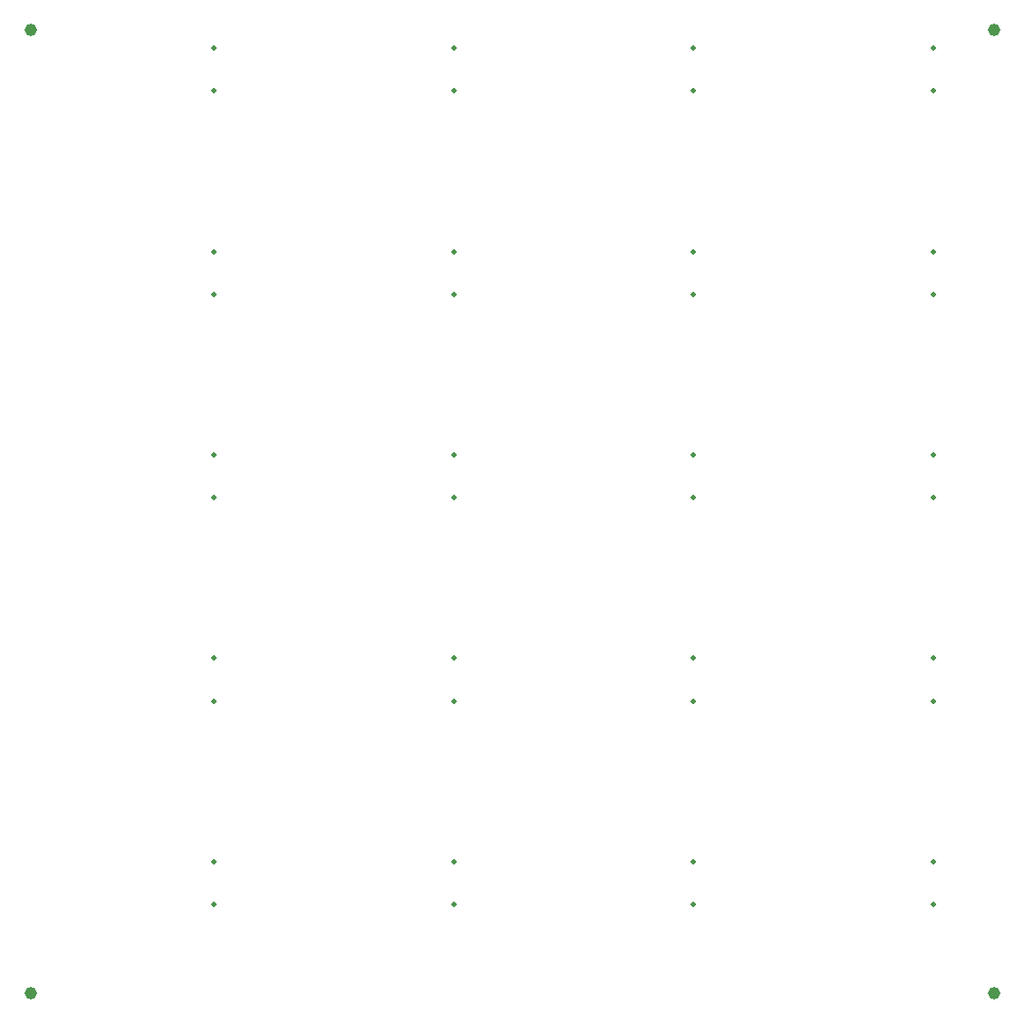
<source format=gbr>
%TF.GenerationSoftware,Altium Limited,Altium Designer,20.1.8 (145)*%
G04 Layer_Color=0*
%FSLAX45Y45*%
%MOMM*%
%TF.SameCoordinates,31433496-A159-4958-A2C2-D52C18178038*%
%TF.FilePolarity,Positive*%
%TF.FileFunction,NonPlated,1,2,NPTH,Drill*%
%TF.Part,CustomerPanel*%
G01*
G75*
%TA.AperFunction,OtherDrill,Pad Free-F (5mm,5mm)*%
%ADD54C,1.15200*%
%TA.AperFunction,OtherDrill,Pad Free-F (95mm,5mm)*%
%ADD55C,1.15200*%
%TA.AperFunction,OtherDrill,Pad Free-F (95mm,95mm)*%
%ADD56C,1.15200*%
%TA.AperFunction,OtherDrill,Pad Free-F (5mm,95mm)*%
%ADD57C,1.15200*%
%TA.AperFunction,ComponentDrill*%
%ADD58C,0.50000*%
D54*
X500000Y500000D02*
D03*
D55*
X9500000D02*
D03*
D56*
Y9500000D02*
D03*
D57*
X500000D02*
D03*
D58*
X2213480Y1732000D02*
D03*
Y1332000D02*
D03*
X4453480Y1732000D02*
D03*
Y1332000D02*
D03*
X6693480Y1732000D02*
D03*
Y1332000D02*
D03*
X8933480Y1732000D02*
D03*
Y1332000D02*
D03*
X2213480Y3632000D02*
D03*
Y3232000D02*
D03*
X4453480Y3632000D02*
D03*
Y3232000D02*
D03*
X6693480Y3632000D02*
D03*
Y3232000D02*
D03*
X8933480Y3632000D02*
D03*
Y3232000D02*
D03*
X2213480Y5532000D02*
D03*
Y5132000D02*
D03*
X4453480Y5532000D02*
D03*
Y5132000D02*
D03*
X6693480Y5532000D02*
D03*
Y5132000D02*
D03*
X8933480Y5532000D02*
D03*
Y5132000D02*
D03*
X2213480Y7432000D02*
D03*
Y7032000D02*
D03*
X4453480Y7432000D02*
D03*
Y7032000D02*
D03*
X6693480Y7432000D02*
D03*
Y7032000D02*
D03*
X8933480Y7432000D02*
D03*
Y7032000D02*
D03*
X2213480Y9332000D02*
D03*
Y8932000D02*
D03*
X4453480Y9332000D02*
D03*
Y8932000D02*
D03*
X6693480Y9332000D02*
D03*
Y8932000D02*
D03*
X8933480Y9332000D02*
D03*
Y8932000D02*
D03*
%TF.MD5,4552300f6f1d40278bd14603344c5eb9*%
M02*

</source>
